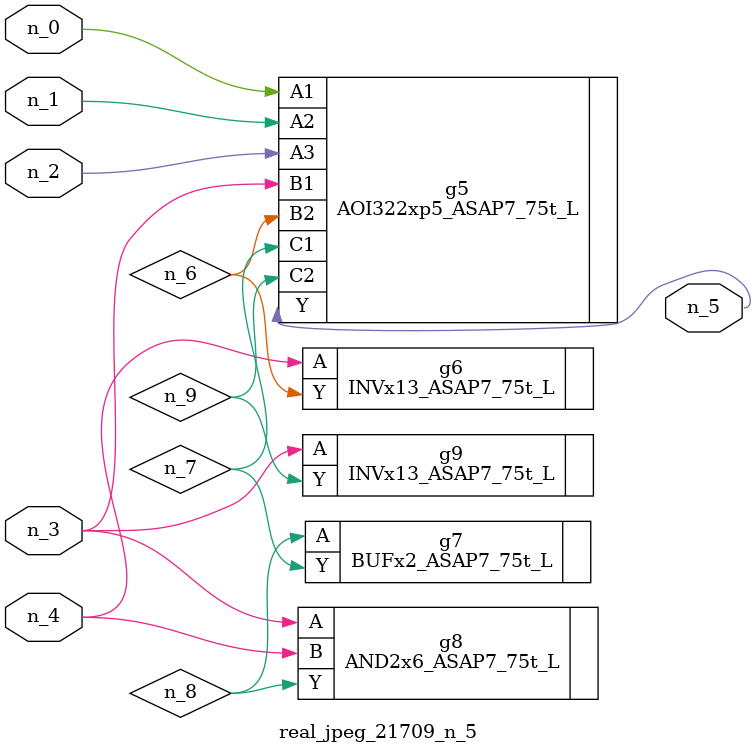
<source format=v>
module real_jpeg_21709_n_5 (n_4, n_0, n_1, n_2, n_3, n_5);

input n_4;
input n_0;
input n_1;
input n_2;
input n_3;

output n_5;

wire n_8;
wire n_6;
wire n_7;
wire n_9;

AOI322xp5_ASAP7_75t_L g5 ( 
.A1(n_0),
.A2(n_1),
.A3(n_2),
.B1(n_3),
.B2(n_6),
.C1(n_7),
.C2(n_9),
.Y(n_5)
);

AND2x6_ASAP7_75t_L g8 ( 
.A(n_3),
.B(n_4),
.Y(n_8)
);

INVx13_ASAP7_75t_L g9 ( 
.A(n_3),
.Y(n_9)
);

INVx13_ASAP7_75t_L g6 ( 
.A(n_4),
.Y(n_6)
);

BUFx2_ASAP7_75t_L g7 ( 
.A(n_8),
.Y(n_7)
);


endmodule
</source>
